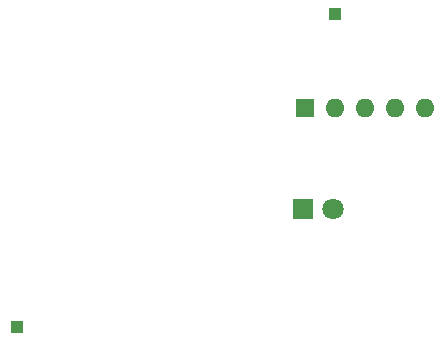
<source format=gbr>
%TF.GenerationSoftware,KiCad,Pcbnew,8.0.1*%
%TF.CreationDate,2024-05-29T11:23:02-05:00*%
%TF.ProjectId,HW10,48573130-2e6b-4696-9361-645f70636258,rev?*%
%TF.SameCoordinates,Original*%
%TF.FileFunction,Copper,L2,Bot*%
%TF.FilePolarity,Positive*%
%FSLAX46Y46*%
G04 Gerber Fmt 4.6, Leading zero omitted, Abs format (unit mm)*
G04 Created by KiCad (PCBNEW 8.0.1) date 2024-05-29 11:23:02*
%MOMM*%
%LPD*%
G01*
G04 APERTURE LIST*
%TA.AperFunction,ComponentPad*%
%ADD10R,1.000000X1.000000*%
%TD*%
%TA.AperFunction,ComponentPad*%
%ADD11R,1.800000X1.800000*%
%TD*%
%TA.AperFunction,ComponentPad*%
%ADD12C,1.800000*%
%TD*%
%TA.AperFunction,ComponentPad*%
%ADD13R,1.600000X1.600000*%
%TD*%
%TA.AperFunction,ComponentPad*%
%ADD14O,1.600000X1.600000*%
%TD*%
G04 APERTURE END LIST*
D10*
%TO.P,J1,1,Pin_1*%
%TO.N,VCC*%
X116500000Y-78500000D03*
%TD*%
%TO.P,J2,1,Pin_1*%
%TO.N,GND*%
X143500000Y-52000000D03*
%TD*%
D11*
%TO.P,D2,1,K*%
%TO.N,Net-(D2-K)*%
X140725000Y-68500000D03*
D12*
%TO.P,D2,2,A*%
%TO.N,Net-(D2-A)*%
X143265000Y-68500000D03*
%TD*%
D13*
%TO.P,R1,1*%
%TO.N,Net-(D2-K)*%
X140900000Y-60000000D03*
D14*
%TO.P,R1,2*%
%TO.N,GND*%
X143440000Y-60000000D03*
%TO.P,R1,3*%
%TO.N,N/C*%
X145980000Y-60000000D03*
%TO.P,R1,4*%
X148520000Y-60000000D03*
%TO.P,R1,5*%
X151060000Y-60000000D03*
%TD*%
M02*

</source>
